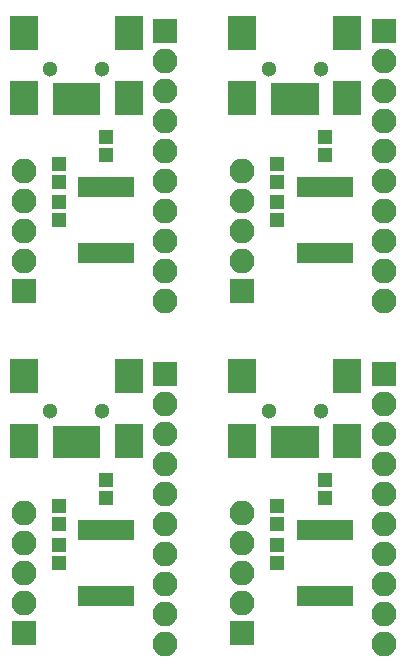
<source format=gts>
%MOIN*%
%OFA0B0*%
%FSLAX46Y46*%
%IPPOS*%
%LPD*%
%ADD10O,0.082677165354330714X0.082677165354330714*%
%ADD11R,0.082677165354330714X0.082677165354330714*%
%ADD12R,0.0452755905511811X0.047244094488188976*%
%ADD13C,0.051181102362204731*%
%ADD14R,0.094488188976377951X0.1141732283464567*%
%ADD15R,0.035433070866141732X0.10629921259842522*%
%ADD16R,0.032748031496062993X0.070748031496063*%
%ADD27O,0.082677165354330714X0.082677165354330714*%
%ADD28R,0.082677165354330714X0.082677165354330714*%
%ADD29R,0.0452755905511811X0.047244094488188976*%
%ADD30C,0.051181102362204731*%
%ADD31R,0.094488188976377951X0.1141732283464567*%
%ADD32R,0.035433070866141732X0.10629921259842522*%
%ADD33R,0.032748031496062993X0.070748031496063*%
%ADD34O,0.082677165354330714X0.082677165354330714*%
%ADD35R,0.082677165354330714X0.082677165354330714*%
%ADD36R,0.0452755905511811X0.047244094488188976*%
%ADD37C,0.051181102362204731*%
%ADD38R,0.094488188976377951X0.1141732283464567*%
%ADD39R,0.035433070866141732X0.10629921259842522*%
%ADD40R,0.032748031496062993X0.070748031496063*%
%ADD41O,0.082677165354330714X0.082677165354330714*%
%ADD42R,0.082677165354330714X0.082677165354330714*%
%ADD43R,0.0452755905511811X0.047244094488188976*%
%ADD44C,0.051181102362204731*%
%ADD45R,0.094488188976377951X0.1141732283464567*%
%ADD46R,0.035433070866141732X0.10629921259842522*%
%ADD47R,0.032748031496062993X0.070748031496063*%
G01*
D10*
X0000059055Y0001102362D02*
X0000590551Y0000133464D03*
X0000590551Y0000233464D03*
X0000590551Y0000333464D03*
X0000590551Y0000433464D03*
X0000590551Y0000533464D03*
X0000590551Y0000633464D03*
X0000590551Y0000733464D03*
X0000590551Y0000833464D03*
X0000590551Y0000933464D03*
D11*
X0000590551Y0001033464D03*
D12*
X0000393700Y0000620078D03*
X0000393700Y0000679133D03*
X0000236220Y0000531496D03*
X0000236220Y0000590551D03*
X0000236220Y0000403543D03*
X0000236220Y0000462598D03*
D10*
X0000118110Y0000567322D03*
X0000118110Y0000467322D03*
X0000118110Y0000367322D03*
X0000118110Y0000267322D03*
D11*
X0000118110Y0000167322D03*
D13*
X0000207677Y0000908464D03*
X0000380905Y0000908464D03*
D14*
X0000119094Y0001026574D03*
X0000119094Y0000810039D03*
X0000469488Y0001026574D03*
X0000469488Y0000810039D03*
D15*
X0000231299Y0000806102D03*
X0000262795Y0000806102D03*
X0000294291Y0000806102D03*
X0000325787Y0000806102D03*
X0000357283Y0000806102D03*
D16*
X0000317200Y0000513543D03*
X0000342700Y0000513543D03*
X0000368200Y0000513543D03*
X0000393700Y0000513543D03*
X0000419700Y0000513543D03*
X0000445200Y0000513543D03*
X0000470700Y0000513543D03*
X0000470700Y0000293543D03*
X0000445200Y0000293543D03*
X0000419700Y0000293543D03*
X0000393700Y0000293543D03*
X0000368700Y0000293543D03*
X0000342700Y0000293543D03*
X0000317700Y0000293543D03*
G04 next file*
G04 #@! TF.GenerationSoftware,KiCad,Pcbnew,(5.0.0)*
G04 #@! TF.CreationDate,2018-09-18T20:25:08+02:00*
G04 #@! TF.ProjectId,pcb_relay_main,7063625F72656C61795F6D61696E2E6B,rev?*
G04 #@! TF.SameCoordinates,PXeb14aa0PY7f13bd0*
G04 #@! TF.FileFunction,Soldermask,Top*
G04 #@! TF.FilePolarity,Negative*
G04 Gerber Fmt 4.6, Leading zero omitted, Abs format (unit mm)*
G04 Created by KiCad (PCBNEW (5.0.0)) date 09/18/18 20:25:08*
G01*
G04 APERTURE LIST*
G04 APERTURE END LIST*
D27*
G04 #@! TO.C,J3*
X0000787401Y0001102362D02*
X0001318897Y0000133464D03*
X0001318897Y0000233464D03*
X0001318897Y0000333464D03*
X0001318897Y0000433464D03*
X0001318897Y0000533464D03*
X0001318897Y0000633464D03*
X0001318897Y0000733464D03*
X0001318897Y0000833464D03*
X0001318897Y0000933464D03*
D28*
X0001318897Y0001033464D03*
G04 #@! TD*
D29*
G04 #@! TO.C,C1*
X0001122047Y0000620078D03*
X0001122047Y0000679133D03*
G04 #@! TD*
G04 #@! TO.C,C2*
X0000964566Y0000531496D03*
X0000964566Y0000590551D03*
G04 #@! TD*
G04 #@! TO.C,C3*
X0000964566Y0000403543D03*
X0000964566Y0000462598D03*
G04 #@! TD*
D27*
G04 #@! TO.C,J1*
X0000846456Y0000567322D03*
X0000846456Y0000467322D03*
X0000846456Y0000367322D03*
X0000846456Y0000267322D03*
D28*
X0000846456Y0000167322D03*
G04 #@! TD*
D30*
G04 #@! TO.C,J2*
X0000936023Y0000908464D03*
X0001109251Y0000908464D03*
D31*
X0000847440Y0001026574D03*
X0000847440Y0000810039D03*
X0001197834Y0001026574D03*
X0001197834Y0000810039D03*
D32*
X0000959645Y0000806102D03*
X0000991141Y0000806102D03*
X0001022637Y0000806102D03*
X0001054133Y0000806102D03*
X0001085629Y0000806102D03*
G04 #@! TD*
D33*
G04 #@! TO.C,U1*
X0001045547Y0000513543D03*
X0001071047Y0000513543D03*
X0001096547Y0000513543D03*
X0001122047Y0000513543D03*
X0001148047Y0000513543D03*
X0001173547Y0000513543D03*
X0001199047Y0000513543D03*
X0001199047Y0000293543D03*
X0001173547Y0000293543D03*
X0001148047Y0000293543D03*
X0001122047Y0000293543D03*
X0001097047Y0000293543D03*
X0001071047Y0000293543D03*
X0001046047Y0000293543D03*
G04 #@! TD*
G04 next file*
G04 #@! TF.GenerationSoftware,KiCad,Pcbnew,(5.0.0)*
G04 #@! TF.CreationDate,2018-09-18T20:25:08+02:00*
G04 #@! TF.ProjectId,pcb_relay_main,7063625F72656C61795F6D61696E2E6B,rev?*
G04 #@! TF.SameCoordinates,PXeb14aa0PY7f13bd0*
G04 #@! TF.FileFunction,Soldermask,Top*
G04 #@! TF.FilePolarity,Negative*
G04 Gerber Fmt 4.6, Leading zero omitted, Abs format (unit mm)*
G04 Created by KiCad (PCBNEW (5.0.0)) date 09/18/18 20:25:08*
G01*
G04 APERTURE LIST*
G04 APERTURE END LIST*
D34*
G04 #@! TO.C,J3*
X0000059055Y0002244094D02*
X0000590551Y0001275196D03*
X0000590551Y0001375196D03*
X0000590551Y0001475196D03*
X0000590551Y0001575196D03*
X0000590551Y0001675196D03*
X0000590551Y0001775196D03*
X0000590551Y0001875196D03*
X0000590551Y0001975196D03*
X0000590551Y0002075196D03*
D35*
X0000590551Y0002175196D03*
G04 #@! TD*
D36*
G04 #@! TO.C,C1*
X0000393700Y0001761811D03*
X0000393700Y0001820866D03*
G04 #@! TD*
G04 #@! TO.C,C2*
X0000236220Y0001673228D03*
X0000236220Y0001732283D03*
G04 #@! TD*
G04 #@! TO.C,C3*
X0000236220Y0001545275D03*
X0000236220Y0001604330D03*
G04 #@! TD*
D34*
G04 #@! TO.C,J1*
X0000118110Y0001709055D03*
X0000118110Y0001609055D03*
X0000118110Y0001509055D03*
X0000118110Y0001409055D03*
D35*
X0000118110Y0001309055D03*
G04 #@! TD*
D37*
G04 #@! TO.C,J2*
X0000207677Y0002050196D03*
X0000380905Y0002050196D03*
D38*
X0000119094Y0002168307D03*
X0000119094Y0001951771D03*
X0000469488Y0002168307D03*
X0000469488Y0001951771D03*
D39*
X0000231299Y0001947834D03*
X0000262795Y0001947834D03*
X0000294291Y0001947834D03*
X0000325787Y0001947834D03*
X0000357283Y0001947834D03*
G04 #@! TD*
D40*
G04 #@! TO.C,U1*
X0000317200Y0001655275D03*
X0000342700Y0001655275D03*
X0000368200Y0001655275D03*
X0000393700Y0001655275D03*
X0000419700Y0001655275D03*
X0000445200Y0001655275D03*
X0000470700Y0001655275D03*
X0000470700Y0001435275D03*
X0000445200Y0001435275D03*
X0000419700Y0001435275D03*
X0000393700Y0001435275D03*
X0000368700Y0001435275D03*
X0000342700Y0001435275D03*
X0000317700Y0001435275D03*
G04 #@! TD*
G04 next file*
G04 #@! TF.GenerationSoftware,KiCad,Pcbnew,(5.0.0)*
G04 #@! TF.CreationDate,2018-09-18T20:25:08+02:00*
G04 #@! TF.ProjectId,pcb_relay_main,7063625F72656C61795F6D61696E2E6B,rev?*
G04 #@! TF.SameCoordinates,PXeb14aa0PY7f13bd0*
G04 #@! TF.FileFunction,Soldermask,Top*
G04 #@! TF.FilePolarity,Negative*
G04 Gerber Fmt 4.6, Leading zero omitted, Abs format (unit mm)*
G04 Created by KiCad (PCBNEW (5.0.0)) date 09/18/18 20:25:08*
G01*
G04 APERTURE LIST*
G04 APERTURE END LIST*
D41*
G04 #@! TO.C,J3*
X0000787401Y0002244094D02*
X0001318897Y0001275196D03*
X0001318897Y0001375196D03*
X0001318897Y0001475196D03*
X0001318897Y0001575196D03*
X0001318897Y0001675196D03*
X0001318897Y0001775196D03*
X0001318897Y0001875196D03*
X0001318897Y0001975196D03*
X0001318897Y0002075196D03*
D42*
X0001318897Y0002175196D03*
G04 #@! TD*
D43*
G04 #@! TO.C,C1*
X0001122047Y0001761811D03*
X0001122047Y0001820866D03*
G04 #@! TD*
G04 #@! TO.C,C2*
X0000964566Y0001673228D03*
X0000964566Y0001732283D03*
G04 #@! TD*
G04 #@! TO.C,C3*
X0000964566Y0001545275D03*
X0000964566Y0001604330D03*
G04 #@! TD*
D41*
G04 #@! TO.C,J1*
X0000846456Y0001709055D03*
X0000846456Y0001609055D03*
X0000846456Y0001509055D03*
X0000846456Y0001409055D03*
D42*
X0000846456Y0001309055D03*
G04 #@! TD*
D44*
G04 #@! TO.C,J2*
X0000936023Y0002050196D03*
X0001109251Y0002050196D03*
D45*
X0000847440Y0002168307D03*
X0000847440Y0001951771D03*
X0001197834Y0002168307D03*
X0001197834Y0001951771D03*
D46*
X0000959645Y0001947834D03*
X0000991141Y0001947834D03*
X0001022637Y0001947834D03*
X0001054133Y0001947834D03*
X0001085629Y0001947834D03*
G04 #@! TD*
D47*
G04 #@! TO.C,U1*
X0001045547Y0001655275D03*
X0001071047Y0001655275D03*
X0001096547Y0001655275D03*
X0001122047Y0001655275D03*
X0001148047Y0001655275D03*
X0001173547Y0001655275D03*
X0001199047Y0001655275D03*
X0001199047Y0001435275D03*
X0001173547Y0001435275D03*
X0001148047Y0001435275D03*
X0001122047Y0001435275D03*
X0001097047Y0001435275D03*
X0001071047Y0001435275D03*
X0001046047Y0001435275D03*
G04 #@! TD*
M02*
</source>
